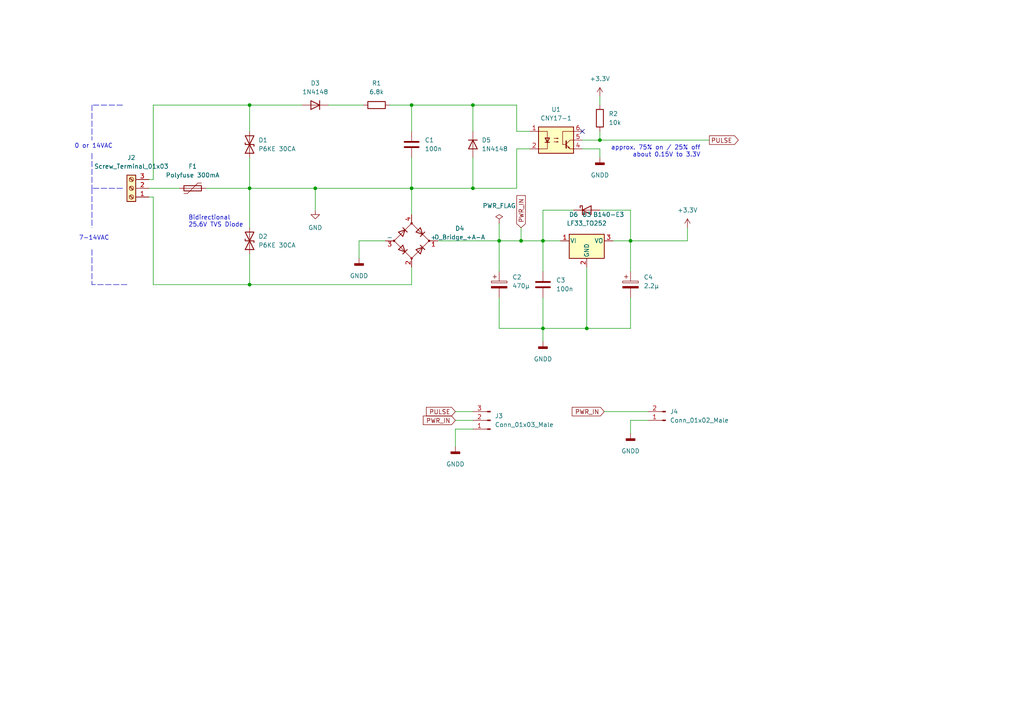
<source format=kicad_sch>
(kicad_sch (version 20211123) (generator eeschema)
  (paper "A4")
  (lib_symbols
    (symbol "Connector:Conn_01x02_Male" (pin_names (offset 1.016) hide)
      (property "Reference" "J" (at 0 2.54 0))
      (property "Value" "Conn_01x02_Male" (at 0 -5.08 0))
      (symbol "Conn_01x02_Male_1_1"
        (polyline (pts (xy 1.27 -2.54) (xy 0.8636 -2.54)) (stroke (width 0.1524)))
        (polyline (pts (xy 1.27 0) (xy 0.8636 0)) (stroke (width 0.1524)))
        (rectangle (start 0.8636 -2.413) (end 0 -2.667) (stroke (width 0.1524)) (fill (type outline)))
        (rectangle (start 0.8636 0.127) (end 0 -0.127) (stroke (width 0.1524)) (fill (type outline)))
        (pin passive line (at 5.08 0 180) (length 3.81) (name "Pin_1") (number "1"))
        (pin passive line (at 5.08 -2.54 180) (length 3.81) (name "Pin_2") (number "2"))
      )
    )
    (symbol "Connector:Conn_01x03_Male" (pin_names (offset 1.016) hide)
      (property "Reference" "J" (at 0 5.08 0))
      (property "Value" "Conn_01x03_Male" (at 0 -5.08 0))
      (symbol "Conn_01x03_Male_1_1"
        (polyline (pts (xy 1.27 -2.54) (xy 0.8636 -2.54)) (stroke (width 0.1524)))
        (polyline (pts (xy 1.27 0) (xy 0.8636 0)) (stroke (width 0.1524)))
        (polyline (pts (xy 1.27 2.54) (xy 0.8636 2.54)) (stroke (width 0.1524)))
        (rectangle (start 0.8636 -2.413) (end 0 -2.667) (stroke (width 0.1524)) (fill (type outline)))
        (rectangle (start 0.8636 0.127) (end 0 -0.127) (stroke (width 0.1524)) (fill (type outline)))
        (rectangle (start 0.8636 2.667) (end 0 2.413) (stroke (width 0.1524)) (fill (type outline)))
        (pin passive line (at 5.08 2.54 180) (length 3.81) (name "Pin_1") (number "1"))
        (pin passive line (at 5.08 0 180) (length 3.81) (name "Pin_2") (number "2"))
        (pin passive line (at 5.08 -2.54 180) (length 3.81) (name "Pin_3") (number "3"))
      )
    )
    (symbol "Connector:Screw_Terminal_01x03" (pin_names (offset 1.016) hide)
      (property "Reference" "J" (at 0 5.08 0))
      (property "Value" "Screw_Terminal_01x03" (at 0 -5.08 0))
      (symbol "Screw_Terminal_01x03_1_1"
        (rectangle (start -1.27 3.81) (end 1.27 -3.81) (stroke (width 0.254)) (fill (type background)))
        (circle (center 0 -2.54) (radius 0.635) (stroke (width 0.1524)))
        (polyline (pts (xy -0.5334 -2.2098) (xy 0.3302 -3.048)) (stroke (width 0.1524)))
        (polyline (pts (xy -0.5334 0.3302) (xy 0.3302 -0.508)) (stroke (width 0.1524)))
        (polyline (pts (xy -0.5334 2.8702) (xy 0.3302 2.032)) (stroke (width 0.1524)))
        (polyline (pts (xy -0.3556 -2.032) (xy 0.508 -2.8702)) (stroke (width 0.1524)))
        (polyline (pts (xy -0.3556 0.508) (xy 0.508 -0.3302)) (stroke (width 0.1524)))
        (polyline (pts (xy -0.3556 3.048) (xy 0.508 2.2098)) (stroke (width 0.1524)))
        (circle (center 0 0) (radius 0.635) (stroke (width 0.1524)))
        (circle (center 0 2.54) (radius 0.635) (stroke (width 0.1524)))
        (pin passive line (at -5.08 2.54 0) (length 3.81) (name "Pin_1") (number "1"))
        (pin passive line (at -5.08 0 0) (length 3.81) (name "Pin_2") (number "2"))
        (pin passive line (at -5.08 -2.54 0) (length 3.81) (name "Pin_3") (number "3"))
      )
    )
    (symbol "Device:C" (pin_numbers hide) (pin_names (offset 0.254))
      (property "Reference" "C" (at 0.635 2.54 0))
      (property "Value" "C" (at 0.635 -2.54 0))
      (symbol "C_0_1"
        (polyline (pts (xy -2.032 -0.762) (xy 2.032 -0.762)) (stroke (width 0.508)))
        (polyline (pts (xy -2.032 0.762) (xy 2.032 0.762)) (stroke (width 0.508)))
      )
      (symbol "C_1_1"
        (pin passive line (at 0 3.81 270) (length 2.794) (name "~") (number "1"))
        (pin passive line (at 0 -3.81 90) (length 2.794) (name "~") (number "2"))
      )
    )
    (symbol "Device:C_Polarized" (pin_numbers hide) (pin_names (offset 0.254))
      (property "Reference" "C" (at 0.635 2.54 0))
      (property "Value" "C_Polarized" (at 0.635 -2.54 0))
      (symbol "C_Polarized_0_1"
        (rectangle (start -2.286 0.508) (end 2.286 1.016))
        (polyline (pts (xy -1.778 2.286) (xy -0.762 2.286)))
        (polyline (pts (xy -1.27 2.794) (xy -1.27 1.778)))
        (rectangle (start 2.286 -0.508) (end -2.286 -1.016) (fill (type outline)))
      )
      (symbol "C_Polarized_1_1"
        (pin passive line (at 0 3.81 270) (length 2.794) (name "~") (number "1"))
        (pin passive line (at 0 -3.81 90) (length 2.794) (name "~") (number "2"))
      )
    )
    (symbol "Device:D" (pin_numbers hide) (pin_names (offset 1.016) hide)
      (property "Reference" "D" (at 0 2.54 0))
      (property "Value" "D" (at 0 -2.54 0))
      (symbol "D_0_1"
        (polyline (pts (xy -1.27 1.27) (xy -1.27 -1.27)) (stroke (width 0.254)))
        (polyline (pts (xy 1.27 0) (xy -1.27 0)))
        (polyline (pts (xy 1.27 1.27) (xy 1.27 -1.27) (xy -1.27 0) (xy 1.27 1.27)) (stroke (width 0.254)))
      )
      (symbol "D_1_1"
        (pin passive line (at -3.81 0 0) (length 2.54) (name "K") (number "1"))
        (pin passive line (at 3.81 0 180) (length 2.54) (name "A") (number "2"))
      )
    )
    (symbol "Device:D_Bridge_+A-A" (pin_names (offset 0))
      (property "Reference" "D" (at 2.54 6.985 0))
      (property "Value" "D_Bridge_+A-A" (at 2.54 5.08 0))
      (symbol "D_Bridge_+A-A_0_1"
        (circle (center -5.08 0) (radius 0.254) (fill (type outline)))
        (circle (center 0 -5.08) (radius 0.254) (fill (type outline)))
        (polyline (pts (xy -2.54 3.81) (xy -1.27 2.54)) (stroke (width 0.254)))
        (polyline (pts (xy -1.27 -2.54) (xy -2.54 -3.81)) (stroke (width 0.254)))
        (polyline (pts (xy 2.54 -1.27) (xy 3.81 -2.54)) (stroke (width 0.254)))
        (polyline (pts (xy 2.54 1.27) (xy 3.81 2.54)) (stroke (width 0.254)))
        (polyline (pts (xy -3.81 2.54) (xy -2.54 1.27) (xy -1.905 3.175) (xy -3.81 2.54)) (stroke (width 0.254)))
        (polyline (pts (xy -2.54 -1.27) (xy -3.81 -2.54) (xy -1.905 -3.175) (xy -2.54 -1.27)) (stroke (width 0.254)))
        (polyline (pts (xy 1.27 2.54) (xy 2.54 3.81) (xy 3.175 1.905) (xy 1.27 2.54)) (stroke (width 0.254)))
        (polyline (pts (xy 3.175 -1.905) (xy 1.27 -2.54) (xy 2.54 -3.81) (xy 3.175 -1.905)) (stroke (width 0.254)))
        (polyline (pts (xy -5.08 0) (xy 0 -5.08) (xy 5.08 0) (xy 0 5.08) (xy -5.08 0)))
        (circle (center 0 5.08) (radius 0.254) (fill (type outline)))
        (circle (center 5.08 0) (radius 0.254) (fill (type outline)))
      )
      (symbol "D_Bridge_+A-A_1_1"
        (pin passive line (at 7.62 0 180) (length 2.54) (name "+") (number "1"))
        (pin passive line (at 0 -7.62 90) (length 2.54) (name "~") (number "2"))
        (pin passive line (at -7.62 0 0) (length 2.54) (name "-") (number "3"))
        (pin passive line (at 0 7.62 270) (length 2.54) (name "~") (number "4"))
      )
    )
    (symbol "Device:D_TVS" (pin_numbers hide) (pin_names (offset 1.016) hide)
      (property "Reference" "D" (at 0 2.54 0))
      (property "Value" "D_TVS" (at 0 -2.54 0))
      (symbol "D_TVS_0_1"
        (polyline (pts (xy 1.27 0) (xy -1.27 0)))
        (polyline (pts (xy 0.508 1.27) (xy 0 1.27) (xy 0 -1.27) (xy -0.508 -1.27)) (stroke (width 0.254)))
        (polyline (pts (xy -2.54 1.27) (xy -2.54 -1.27) (xy 2.54 1.27) (xy 2.54 -1.27) (xy -2.54 1.27)) (stroke (width 0.254)))
      )
      (symbol "D_TVS_1_1"
        (pin passive line (at -3.81 0 0) (length 2.54) (name "A1") (number "1"))
        (pin passive line (at 3.81 0 180) (length 2.54) (name "A2") (number "2"))
      )
    )
    (symbol "Device:Polyfuse" (pin_numbers hide) (pin_names (offset 0))
      (property "Reference" "F" (at -2.54 0 90))
      (property "Value" "Polyfuse" (at 2.54 0 90))
      (symbol "Polyfuse_0_1"
        (rectangle (start -0.762 2.54) (end 0.762 -2.54) (stroke (width 0.254)))
        (polyline (pts (xy 0 2.54) (xy 0 -2.54)))
        (polyline (pts (xy -1.524 2.54) (xy -1.524 1.524) (xy 1.524 -1.524) (xy 1.524 -2.54)))
      )
      (symbol "Polyfuse_1_1"
        (pin passive line (at 0 3.81 270) (length 1.27) (name "~") (number "1"))
        (pin passive line (at 0 -3.81 90) (length 1.27) (name "~") (number "2"))
      )
    )
    (symbol "Device:R" (pin_numbers hide) (pin_names (offset 0))
      (property "Reference" "R" (at 2.032 0 90))
      (property "Value" "R" (at 0 0 90))
      (symbol "R_0_1"
        (rectangle (start -1.016 -2.54) (end 1.016 2.54) (stroke (width 0.254)))
      )
      (symbol "R_1_1"
        (pin passive line (at 0 3.81 270) (length 1.27) (name "~") (number "1"))
        (pin passive line (at 0 -3.81 90) (length 1.27) (name "~") (number "2"))
      )
    )
    (symbol "Diode:B140-E3" (pin_numbers hide) (pin_names hide)
      (property "Reference" "D" (at 0 2.54 0))
      (property "Value" "B140-E3" (at 0 -2.54 0))
      (symbol "B140-E3_0_1"
        (polyline (pts (xy 1.27 0) (xy -1.27 0)))
        (polyline (pts (xy 1.27 1.27) (xy 1.27 -1.27) (xy -1.27 0) (xy 1.27 1.27)) (stroke (width 0.254)))
        (polyline (pts (xy -1.905 0.635) (xy -1.905 1.27) (xy -1.27 1.27) (xy -1.27 -1.27) (xy -0.635 -1.27) (xy -0.635 -0.635)) (stroke (width 0.254)))
      )
      (symbol "B140-E3_1_1"
        (pin passive line (at -3.81 0 0) (length 2.54) (name "K") (number "1"))
        (pin passive line (at 3.81 0 180) (length 2.54) (name "A") (number "2"))
      )
    )
    (symbol "Isolator:CNY17-1" (pin_names (offset 1.016))
      (property "Reference" "U" (at -5.08 5.08 0))
      (property "Value" "CNY17-1" (at 0 5.08 0))
      (symbol "CNY17-1_0_1"
        (rectangle (start -5.08 3.81) (end 5.08 -3.81) (stroke (width 0.254)) (fill (type background)))
        (polyline (pts (xy -3.175 -0.635) (xy -1.905 -0.635)) (stroke (width 0.254)))
        (polyline (pts (xy 2.921 -1.397) (xy 4.064 -2.54)))
        (polyline (pts (xy 2.921 -1.27) (xy 1.905 -1.27)))
        (polyline (pts (xy 2.921 -1.143) (xy 4.064 0)))
        (polyline (pts (xy 4.064 -2.54) (xy 5.08 -2.54)))
        (polyline (pts (xy 5.08 0) (xy 4.064 0)))
        (polyline (pts (xy -5.08 2.54) (xy -2.54 2.54) (xy -2.54 -0.762)))
        (polyline (pts (xy -2.54 -0.635) (xy -2.54 -2.54) (xy -5.08 -2.54)))
        (polyline (pts (xy 1.905 -1.27) (xy 1.905 2.54) (xy 5.08 2.54)))
        (polyline (pts (xy 2.921 -0.254) (xy 2.921 -2.286) (xy 2.921 -2.286)) (stroke (width 0.3556)))
        (polyline (pts (xy -2.54 -0.635) (xy -3.175 0.635) (xy -1.905 0.635) (xy -2.54 -0.635)) (stroke (width 0.254)))
        (polyline (pts (xy 3.937 -2.413) (xy 3.683 -1.905) (xy 3.429 -2.159) (xy 3.937 -2.413)))
        (polyline (pts (xy -0.635 -0.508) (xy 0.635 -0.508) (xy 0.254 -0.635) (xy 0.254 -0.381) (xy 0.635 -0.508)))
        (polyline (pts (xy -0.635 0.508) (xy 0.635 0.508) (xy 0.254 0.381) (xy 0.254 0.635) (xy 0.635 0.508)))
      )
      (symbol "CNY17-1_1_1"
        (pin passive line (at -7.62 2.54 0) (length 2.54) (name "~") (number "1"))
        (pin passive line (at -7.62 -2.54 0) (length 2.54) (name "~") (number "2"))
        (pin no_connect line (at -5.08 0 0) (length 2.54) hide (name "NC") (number "3"))
        (pin passive line (at 7.62 -2.54 180) (length 2.54) (name "~") (number "4"))
        (pin passive line (at 7.62 0 180) (length 2.54) (name "~") (number "5"))
        (pin passive line (at 7.62 2.54 180) (length 2.54) (name "~") (number "6"))
      )
    )
    (symbol "Regulator_Linear:LF33_TO252" (pin_names (offset 0.254))
      (property "Reference" "U" (at -3.81 3.175 0))
      (property "Value" "LF33_TO252" (at 0 3.175 0))
      (symbol "LF33_TO252_0_1"
        (rectangle (start -5.08 1.905) (end 5.08 -5.08) (stroke (width 0.254)) (fill (type background)))
      )
      (symbol "LF33_TO252_1_1"
        (pin power_in line (at -7.62 0 0) (length 2.54) (name "VI") (number "1"))
        (pin power_in line (at 0 -7.62 90) (length 2.54) (name "GND") (number "2"))
        (pin power_out line (at 7.62 0 180) (length 2.54) (name "VO") (number "3"))
      )
    )
    (symbol "power:+3.3V" (power) (pin_names (offset 0))
      (property "Value" "+3.3V" (at 0 3.556 0))
      (symbol "+3.3V_0_1"
        (polyline (pts (xy -0.762 1.27) (xy 0 2.54)))
        (polyline (pts (xy 0 0) (xy 0 2.54)))
        (polyline (pts (xy 0 2.54) (xy 0.762 1.27)))
      )
      (symbol "+3.3V_1_1"
        (pin power_in line (at 0 0 90) (length 0) hide (name "+3.3V") (number "1"))
      )
    )
    (symbol "power:GND" (power) (pin_names (offset 0))
      (property "Value" "GND" (at 0 -3.81 0))
      (symbol "GND_0_1"
        (polyline (pts (xy 0 0) (xy 0 -1.27) (xy 1.27 -1.27) (xy 0 -2.54) (xy -1.27 -1.27) (xy 0 -1.27)))
      )
      (symbol "GND_1_1"
        (pin power_in line (at 0 0 270) (length 0) hide (name "GND") (number "1"))
      )
    )
    (symbol "power:GNDD" (power) (pin_names (offset 0))
      (property "Value" "GNDD" (at 0 -3.175 0))
      (symbol "GNDD_0_1"
        (rectangle (start -1.27 -1.524) (end 1.27 -2.032) (stroke (width 0.254)) (fill (type outline)))
        (polyline (pts (xy 0 0) (xy 0 -1.524)))
      )
      (symbol "GNDD_1_1"
        (pin power_in line (at 0 0 270) (length 0) hide (name "GNDD") (number "1"))
      )
    )
    (symbol "power:PWR_FLAG" (power) (pin_numbers hide) (pin_names (offset 0) hide)
      (property "Value" "PWR_FLAG" (at 0 3.81 0))
      (symbol "PWR_FLAG_0_0"
        (pin power_out line (at 0 0 90) (length 0) (name "pwr") (number "1"))
      )
      (symbol "PWR_FLAG_0_1"
        (polyline (pts (xy 0 0) (xy 0 1.27) (xy -1.016 1.905) (xy 0 2.54) (xy 1.016 1.905) (xy 0 1.27)))
      )
    )
  )
  (junction (at 72.39 82.55))
  (junction (at 173.99 40.64))
  (junction (at 137.16 30.48))
  (junction (at 157.48 69.85))
  (junction (at 91.44 54.61))
  (junction (at 72.39 30.48))
  (junction (at 119.38 54.61))
  (junction (at 144.78 69.85))
  (junction (at 72.39 54.61))
  (junction (at 157.48 95.25))
  (junction (at 137.16 54.61))
  (junction (at 182.88 69.85))
  (junction (at 170.18 95.25))
  (junction (at 151.13 69.85))
  (junction (at 119.38 30.48))
  (no_connect (at 168.91 38.1))
  (wire (pts (xy 173.99 43.18) (xy 168.91 43.18)))
  (wire (pts (xy 44.45 30.48) (xy 44.45 52.07)))
  (wire (pts (xy 43.18 52.07) (xy 44.45 52.07)))
  (wire (pts (xy 44.45 57.15) (xy 44.45 82.55)))
  (wire (pts (xy 157.48 86.36) (xy 157.48 95.25)))
  (wire (pts (xy 111.76 69.85) (xy 104.14 69.85)))
  (wire (pts (xy 95.25 30.48) (xy 105.41 30.48)))
  (wire (pts (xy 119.38 30.48) (xy 137.16 30.48)))
  (wire (pts (xy 119.38 54.61) (xy 119.38 62.23)))
  (wire (pts (xy 199.39 69.85) (xy 199.39 66.04)))
  (wire (pts (xy 177.8 69.85) (xy 182.88 69.85)))
  (polyline (pts (xy 26.67 44.45) (xy 26.67 54.61)))
  (wire (pts (xy 132.08 121.92) (xy 137.16 121.92)))
  (wire (pts (xy 59.69 54.61) (xy 72.39 54.61)))
  (wire (pts (xy 72.39 30.48) (xy 87.63 30.48)))
  (polyline (pts (xy 26.67 30.48) (xy 26.67 40.64)))
  (wire (pts (xy 72.39 54.61) (xy 91.44 54.61)))
  (wire (pts (xy 72.39 82.55) (xy 119.38 82.55)))
  (wire (pts (xy 72.39 73.66) (xy 72.39 82.55)))
  (wire (pts (xy 182.88 86.36) (xy 182.88 95.25)))
  (wire (pts (xy 72.39 54.61) (xy 72.39 66.04)))
  (wire (pts (xy 182.88 69.85) (xy 182.88 78.74)))
  (wire (pts (xy 132.08 119.38) (xy 137.16 119.38)))
  (wire (pts (xy 173.99 27.94) (xy 173.99 30.48)))
  (polyline (pts (xy 35.56 30.48) (xy 26.67 30.48)))
  (polyline (pts (xy 26.67 54.61) (xy 26.67 66.04)))
  (wire (pts (xy 144.78 95.25) (xy 157.48 95.25)))
  (wire (pts (xy 173.99 60.96) (xy 182.88 60.96)))
  (polyline (pts (xy 36.83 82.55) (xy 26.67 82.55)))
  (wire (pts (xy 113.03 30.48) (xy 119.38 30.48)))
  (wire (pts (xy 43.18 57.15) (xy 44.45 57.15)))
  (wire (pts (xy 182.88 125.73) (xy 182.88 121.92)))
  (wire (pts (xy 151.13 66.04) (xy 151.13 69.85)))
  (wire (pts (xy 149.86 43.18) (xy 149.86 54.61)))
  (wire (pts (xy 91.44 54.61) (xy 91.44 60.96)))
  (wire (pts (xy 175.26 119.38) (xy 187.96 119.38)))
  (wire (pts (xy 144.78 69.85) (xy 144.78 78.74)))
  (wire (pts (xy 144.78 95.25) (xy 144.78 86.36)))
  (polyline (pts (xy 35.56 54.61) (xy 26.67 54.61)))
  (wire (pts (xy 43.18 54.61) (xy 52.07 54.61)))
  (wire (pts (xy 119.38 54.61) (xy 119.38 45.72)))
  (wire (pts (xy 44.45 30.48) (xy 72.39 30.48)))
  (wire (pts (xy 182.88 69.85) (xy 199.39 69.85)))
  (wire (pts (xy 137.16 30.48) (xy 137.16 38.1)))
  (wire (pts (xy 72.39 30.48) (xy 72.39 38.1)))
  (wire (pts (xy 104.14 69.85) (xy 104.14 74.93)))
  (wire (pts (xy 137.16 45.72) (xy 137.16 54.61)))
  (wire (pts (xy 157.48 69.85) (xy 157.48 78.74)))
  (wire (pts (xy 91.44 54.61) (xy 119.38 54.61)))
  (wire (pts (xy 170.18 95.25) (xy 170.18 77.47)))
  (wire (pts (xy 168.91 40.64) (xy 173.99 40.64)))
  (wire (pts (xy 119.38 82.55) (xy 119.38 77.47)))
  (wire (pts (xy 173.99 40.64) (xy 173.99 38.1)))
  (wire (pts (xy 173.99 43.18) (xy 173.99 45.72)))
  (wire (pts (xy 149.86 54.61) (xy 137.16 54.61)))
  (wire (pts (xy 157.48 95.25) (xy 157.48 99.06)))
  (wire (pts (xy 127 69.85) (xy 144.78 69.85)))
  (wire (pts (xy 149.86 38.1) (xy 153.67 38.1)))
  (wire (pts (xy 157.48 69.85) (xy 162.56 69.85)))
  (wire (pts (xy 157.48 60.96) (xy 166.37 60.96)))
  (polyline (pts (xy 26.67 72.39) (xy 26.67 82.55)))
  (wire (pts (xy 72.39 45.72) (xy 72.39 54.61)))
  (wire (pts (xy 132.08 124.46) (xy 132.08 129.54)))
  (wire (pts (xy 182.88 60.96) (xy 182.88 69.85)))
  (wire (pts (xy 119.38 54.61) (xy 137.16 54.61)))
  (wire (pts (xy 144.78 64.77) (xy 144.78 69.85)))
  (wire (pts (xy 119.38 38.1) (xy 119.38 30.48)))
  (wire (pts (xy 137.16 30.48) (xy 149.86 30.48)))
  (wire (pts (xy 44.45 82.55) (xy 72.39 82.55)))
  (wire (pts (xy 151.13 69.85) (xy 157.48 69.85)))
  (wire (pts (xy 149.86 43.18) (xy 153.67 43.18)))
  (wire (pts (xy 157.48 69.85) (xy 157.48 60.96)))
  (wire (pts (xy 173.99 40.64) (xy 205.74 40.64)))
  (wire (pts (xy 144.78 69.85) (xy 151.13 69.85)))
  (wire (pts (xy 137.16 124.46) (xy 132.08 124.46)))
  (wire (pts (xy 182.88 121.92) (xy 187.96 121.92)))
  (wire (pts (xy 149.86 38.1) (xy 149.86 30.48)))
  (wire (pts (xy 170.18 95.25) (xy 157.48 95.25)))
  (wire (pts (xy 170.18 95.25) (xy 182.88 95.25)))
  (text "0 or 14VAC" (at 21.59 43.18 0) (effects (font (size 1.27 1.27)) (justify left bottom)))
  (text "Bidirectional\n25.6V TVS Diode" (at 54.61 66.04 0) (effects (font (size 1.27 1.27)) (justify left bottom)))
  (text "7-14VAC" (at 22.86 69.85 0) (effects (font (size 1.27 1.27)) (justify left bottom)))
  (text "approx. 75% on / 25% off\nabout 0.15V to 3.3V" (at 203.2 45.72 180) (effects (font (size 1.27 1.27)) (justify right bottom)))
  (global_label "PWR_IN" (shape input) (at 175.26 119.38 180) (property "Intersheet References" "${INTERSHEET_REFS}" (effects hide)))
  (global_label "PWR_IN" (shape input) (at 132.08 121.92 180) (property "Intersheet References" "${INTERSHEET_REFS}" (effects hide)))
  (global_label "PWR_IN" (shape input) (at 151.13 66.04 90) (property "Intersheet References" "${INTERSHEET_REFS}" (effects hide)))
  (global_label "PULSE" (shape output) (at 205.74 40.64 0) (property "Intersheet References" "${INTERSHEET_REFS}" (effects hide)))
  (global_label "PULSE" (shape input) (at 132.08 119.38 180) (property "Intersheet References" "${INTERSHEET_REFS}" (effects hide)))
  (symbol (lib_id "power:PWR_FLAG") (at 144.78 64.77 0) (unit 1)
    (property "Reference" "#FLG0101" (effects hide))
    (property "Value" "PWR_FLAG" (at 144.78 59.69 0))
  )
  (symbol (lib_id "Connector:Conn_01x03_Male") (at 142.24 121.92 180) (unit 1)
    (property "Reference" "J3" (at 143.51 120.6499 0) (effects (justify right)))
    (property "Value" "Conn_01x03_Male" (at 143.51 123.1899 0) (effects (justify right)))
    (property "Footprint" "Connector_PinHeader_2.54mm:PinHeader_1x03_P2.54mm_Vertical" (effects hide))
  )
  (symbol (lib_id "Device:D_TVS") (at 72.39 69.85 90) (unit 1)
    (property "Reference" "D2" (at 74.93 68.5799 90) (effects (justify right)))
    (property "Value" "P6KE 30CA" (at 74.93 71.1199 90) (effects (justify right)))
    (property "Footprint" "Diode_THT:D_DO-15_P12.70mm_Horizontal" (effects hide))
  )
  (symbol (lib_id "Connector:Screw_Terminal_01x03") (at 38.1 54.61 180) (unit 1)
    (property "Reference" "J2" (at 38.1 45.72 0))
    (property "Value" "Screw_Terminal_01x03" (at 38.1 48.26 0))
    (property "Footprint" "TerminalBlock:TerminalBlock_bornier-3_P5.08mm" (effects hide))
  )
  (symbol (lib_id "Device:D_Bridge_+A-A") (at 119.38 69.85 0) (unit 1)
    (property "Reference" "D4" (at 133.35 66.2686 0))
    (property "Value" "D_Bridge_+A-A" (at 133.35 68.8086 0))
    (property "Footprint" "Diode_THT:Diode_Bridge_Round_D9.8mm" (effects hide))
  )
  (symbol (lib_id "power:+3.3V") (at 199.39 66.04 0) (unit 1)
    (property "Reference" "#PWR0104" (effects hide))
    (property "Value" "+3.3V" (at 199.39 60.96 0))
  )
  (symbol (lib_id "Device:D") (at 137.16 41.91 270) (unit 1)
    (property "Reference" "D5" (at 139.7 40.6399 90) (effects (justify left)))
    (property "Value" "1N4148" (at 139.7 43.1799 90) (effects (justify left)))
    (property "Footprint" "Diode_THT:D_DO-35_SOD27_P10.16mm_Horizontal" (effects hide))
  )
  (symbol (lib_id "Device:D_TVS") (at 72.39 41.91 90) (unit 1)
    (property "Reference" "D1" (at 74.93 40.6399 90) (effects (justify right)))
    (property "Value" "P6KE 30CA" (at 74.93 43.1799 90) (effects (justify right)))
    (property "Footprint" "Diode_THT:D_DO-15_P12.70mm_Horizontal" (effects hide))
  )
  (symbol (lib_id "power:GNDD") (at 157.48 99.06 0) (unit 1)
    (property "Reference" "#PWR0105" (effects hide))
    (property "Value" "GNDD" (at 157.48 104.14 0))
  )
  (symbol (lib_id "Device:C_Polarized") (at 144.78 82.55 0) (unit 1)
    (property "Reference" "C2" (at 148.59 80.3909 0) (effects (justify left)))
    (property "Value" "470µ" (at 148.59 82.9309 0) (effects (justify left)))
    (property "Footprint" "Capacitor_THT:CP_Radial_D12.5mm_P7.50mm" (effects hide))
  )
  (symbol (lib_id "Device:D") (at 91.44 30.48 180) (unit 1)
    (property "Reference" "D3" (at 91.44 24.13 0))
    (property "Value" "1N4148" (at 91.44 26.67 0))
    (property "Footprint" "Diode_THT:D_DO-35_SOD27_P10.16mm_Horizontal" (effects hide))
  )
  (symbol (lib_id "Device:C_Polarized") (at 182.88 82.55 0) (unit 1)
    (property "Reference" "C4" (at 186.69 80.3909 0) (effects (justify left)))
    (property "Value" "2.2µ" (at 186.69 82.9309 0) (effects (justify left)))
    (property "Footprint" "Capacitor_SMD:C_1206_3216Metric_Pad1.33x1.80mm_HandSolder" (effects hide))
  )
  (symbol (lib_id "Device:R") (at 109.22 30.48 90) (unit 1)
    (property "Reference" "R1" (at 109.22 24.13 90))
    (property "Value" "6.8k" (at 109.22 26.67 90))
    (property "Footprint" "Resistor_THT:R_Axial_DIN0204_L3.6mm_D1.6mm_P7.62mm_Horizontal" (effects hide))
  )
  (symbol (lib_id "Isolator:CNY17-1") (at 161.29 40.64 0) (unit 1)
    (property "Reference" "U1" (at 161.29 31.75 0))
    (property "Value" "CNY17-1" (at 161.29 34.29 0))
    (property "Footprint" "Package_DIP:DIP-6_W7.62mm" (effects hide))
    (property "Datasheet" "http://www.vishay.com/docs/83606/cny17.pdf" (effects hide))
  )
  (symbol (lib_id "Connector:Conn_01x02_Male") (at 193.04 121.92 180) (unit 1)
    (property "Reference" "J4" (at 194.31 119.3799 0) (effects (justify right)))
    (property "Value" "Conn_01x02_Male" (at 194.31 121.9199 0) (effects (justify right)))
    (property "Footprint" "Connector_PinHeader_2.54mm:PinHeader_1x02_P2.54mm_Vertical" (effects hide))
  )
  (symbol (lib_id "Device:Polyfuse") (at 55.88 54.61 90) (unit 1)
    (property "Reference" "F1" (at 55.88 48.26 90))
    (property "Value" "Polyfuse 300mA" (at 55.88 50.8 90))
    (property "Footprint" "Resistor_THT:R_Axial_DIN0204_L3.6mm_D1.6mm_P7.62mm_Horizontal" (effects hide))
  )
  (symbol (lib_id "power:+3.3V") (at 173.99 27.94 0) (unit 1)
    (property "Reference" "#PWR0102" (effects hide))
    (property "Value" "+3.3V" (at 173.99 22.86 0))
  )
  (symbol (lib_id "Regulator_Linear:LF33_TO252") (at 170.18 69.85 0) (unit 1)
    (property "Reference" "U3" (at 170.18 62.23 0))
    (property "Value" "LF33_TO252" (at 170.18 64.77 0))
    (property "Footprint" "Package_TO_SOT_SMD:TO-252-2" (effects hide))
    (property "Datasheet" "http://www.st.com/content/ccc/resource/technical/document/datasheet/c4/0e/7e/2a/be/bc/4c/bd/CD00000546.pdf/files/CD00000546.pdf/jcr:content/translations/en.CD00000546.pdf" (effects hide))
  )
  (symbol (lib_id "Device:R") (at 173.99 34.29 180) (unit 1)
    (property "Reference" "R2" (at 176.53 33.02 0) (effects (justify right)))
    (property "Value" "10k" (at 176.53 35.56 0) (effects (justify right)))
    (property "Footprint" "Resistor_SMD:R_1206_3216Metric_Pad1.30x1.75mm_HandSolder" (effects hide))
  )
  (symbol (lib_id "power:GNDD") (at 104.14 74.93 0) (unit 1)
    (property "Reference" "#PWR0107" (effects hide))
    (property "Value" "GNDD" (at 104.14 80.01 0))
  )
  (symbol (lib_id "power:GND") (at 91.44 60.96 0) (unit 1)
    (property "Reference" "#PWR0106" (effects hide))
    (property "Value" "GND" (at 91.44 66.04 0))
  )
  (symbol (lib_id "power:GNDD") (at 132.08 129.54 0) (unit 1)
    (property "Reference" "#PWR0112" (effects hide))
    (property "Value" "GNDD" (at 132.08 134.62 0))
  )
  (symbol (lib_id "Device:C") (at 157.48 82.55 0) (unit 1)
    (property "Reference" "C3" (at 161.29 81.2799 0) (effects (justify left)))
    (property "Value" "100n" (at 161.29 83.8199 0) (effects (justify left)))
    (property "Footprint" "Capacitor_SMD:C_1206_3216Metric_Pad1.33x1.80mm_HandSolder" (effects hide))
  )
  (symbol (lib_id "power:GNDD") (at 182.88 125.73 0) (unit 1)
    (property "Reference" "#PWR0123" (effects hide))
    (property "Value" "GNDD" (at 182.88 130.81 0))
  )
  (symbol (lib_id "power:GNDD") (at 173.99 45.72 0) (unit 1)
    (property "Reference" "#PWR0103" (effects hide))
    (property "Value" "GNDD" (at 173.99 50.8 0))
  )
  (symbol (lib_id "Device:C") (at 119.38 41.91 0) (unit 1)
    (property "Reference" "C1" (at 123.19 40.6399 0) (effects (justify left)))
    (property "Value" "100n" (at 123.19 43.1799 0) (effects (justify left)))
    (property "Footprint" "Capacitor_THT:C_Rect_L7.0mm_W2.5mm_P5.00mm" (effects hide))
  )
  (symbol (lib_id "Diode:B140-E3") (at 170.18 60.96 0) (unit 1)
    (property "Reference" "D6" (at 166.37 62.23 0))
    (property "Value" "B140-E3" (at 176.53 62.23 0))
    (property "Footprint" "Diode_SMD:D_SMA" (effects hide))
    (property "Datasheet" "http://www.vishay.com/docs/88946/b120.pdf" (effects hide))
  )
)
</source>
